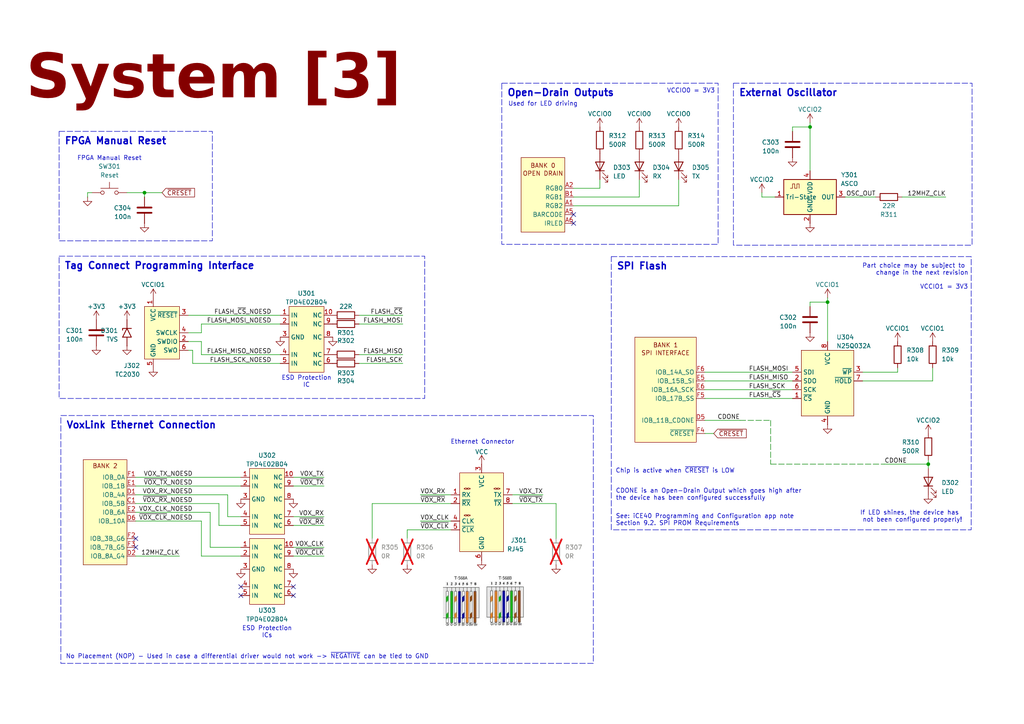
<source format=kicad_sch>
(kicad_sch (version 20250114) (generator "eeschema") (generator_version "9.0")
  (paper "A4")
  (title_block (title "System") (date "2025-11-17") (rev "1.0") (company "Czech Technical University in Prague"))
  (lib_symbols
    (symbol "Connector:Conn_ARM_SWD_TagConnect_TC2030" (in_bom no)
      (property "Reference" "J" (at 2.54 11.43 0))
      (property "Value" "Conn_ARM_SWD_TagConnect_TC2030" (at 5.08 8.89 0))
      (symbol "Conn_ARM_SWD_TagConnect_TC2030_0_0"
        (pin power_in line (at -2.54 10.16 270) (length 2.54) (name "VCC") (number "1"))
        (pin power_in line (at -2.54 -10.16 90) (length 2.54) (name "GND") (number "5"))
        (pin open_collector line (at 7.62 5.08 180) (length 2.54) (name "~{RESET}") (number "3"))
        (pin output line (at 7.62 0 180) (length 2.54) (name "SWCLK") (number "4"))
        (pin bidirectional line (at 7.62 -2.54 180) (length 2.54) (name "SWDIO") (number "2"))
        (pin input line (at 7.62 -5.08 180) (length 2.54) (name "SWO") (number "6"))
      )
      (symbol "Conn_ARM_SWD_TagConnect_TC2030_0_1"
        (rectangle (start -5.08 7.62) (end 5.08 -7.62) (fill (type background)))
      )
    )
    (symbol "Custom_VoxLink_Symbols:ICE40UL1K-CM36AI"
      (symbol "ICE40UL1K-CM36AI_1_1"
        (rectangle (start -6.35 16.51) (end 6.35 -16.51) (fill (type background)))
        (text "SUPPLY" (at 0.508 14.732 0) (effects (font (size 1.27 1.27))))
        (pin power_in line (at -8.89 11.43 0) (length 2.54) (name "VCC") (number "D3"))
        (pin power_in line (at -8.89 8.89 0) (length 2.54) (name "VCCPLL") (number "D4"))
        (pin power_in line (at -8.89 6.35 0) (length 2.54) (name "VPP2V5") (number "B4"))
        (pin power_in line (at -8.89 1.27 0) (length 2.54) (name "VCCIO0") (number "B3"))
        (pin power_in line (at -8.89 -1.27 0) (length 2.54) (name "VCCIO2") (number "E3"))
        (pin power_in line (at -8.89 -3.81 0) (length 2.54) (name "SPI_VCCIO1") (number "E4"))
        (pin power_out line (at -8.89 -8.89 0) (length 2.54) (name "GND") (number "C3"))
        (pin power_out line (at -8.89 -11.43 0) (length 2.54) (name "GND") (number "C4"))
        (pin power_out line (at -8.89 -13.97 0) (length 2.54) (name "GND_LED") (number "C5"))
      )
      (symbol "ICE40UL1K-CM36AI_2_1"
        (rectangle (start -6.35 15.24) (end 6.35 -15.24) (fill (type background)))
        (text "BANK 2" (at 0 13.462 0) (effects (font (size 1.27 1.27))))
        (pin bidirectional line (at 8.89 10.16 180) (length 2.54) (name "IOB_0A") (number "F1"))
        (pin bidirectional line (at 8.89 7.62 180) (length 2.54) (name "IOB_1B") (number "E1"))
        (pin bidirectional line (at 8.89 5.08 180) (length 2.54) (name "IOB_4A") (number "D1"))
        (pin bidirectional line (at 8.89 2.54 180) (length 2.54) (name "IOB_5B") (number "C1"))
        (pin bidirectional line (at 8.89 0 180) (length 2.54) (name "IOB_6A") (number "E2"))
        (pin bidirectional line (at 8.89 -2.54 180) (length 2.54) (name "IOB_10A") (number "D6"))
        (pin bidirectional line (at 8.89 -7.62 180) (length 2.54) (name "IOB_3B_G6") (number "F2"))
        (pin bidirectional line (at 8.89 -10.16 180) (length 2.54) (name "IOB_7B_G5") (number "F3"))
        (pin bidirectional line (at 8.89 -12.7 180) (length 2.54) (name "IOB_8A_G4") (number "D2"))
      )
      (symbol "ICE40UL1K-CM36AI_3_1"
        (rectangle (start -6.35 12.7) (end 6.35 -13.97) (fill (type background)))
        (text "BANK 0" (at 0 10.414 0) (effects (font (size 1.27 1.27))))
        (pin bidirectional line (at 8.89 6.35 180) (length 2.54) (name "IOT_18B") (number "B5"))
        (pin bidirectional line (at 8.89 3.81 180) (length 2.54) (name "IOT_19A") (number "A4"))
        (pin bidirectional line (at 8.89 1.27 180) (length 2.54) (name "IOT_24B") (number "B2"))
        (pin bidirectional line (at 8.89 -1.27 180) (length 2.54) (name "IOT_25A") (number "A3"))
        (pin bidirectional line (at 8.89 -3.81 180) (length 2.54) (name "IOT_27A") (number "C2"))
        (pin bidirectional line (at 8.89 -8.89 180) (length 2.54) (name "IOT_21A_G1") (number "B6"))
        (pin bidirectional line (at 8.89 -11.43 180) (length 2.54) (name "IOT_22B_G0") (number "C6"))
      )
      (symbol "ICE40UL1K-CM36AI_4_1"
        (rectangle (start -6.35 11.43) (end 6.35 -10.16) (fill (type background)))
        (text "BANK 0" (at 0 9.144 0) (effects (font (size 1.27 1.27))))
        (text "OPEN DRAIN" (at 0 6.858 0) (effects (font (size 1.27 1.27))))
        (pin bidirectional line (at 8.89 2.54 180) (length 2.54) (name "RGB0") (number "A2"))
        (pin bidirectional line (at 8.89 0 180) (length 2.54) (name "RGB1") (number "B1"))
        (pin bidirectional line (at 8.89 -2.54 180) (length 2.54) (name "RGB2") (number "A1"))
        (pin bidirectional line (at 8.89 -5.08 180) (length 2.54) (name "BARCODE") (number "A5"))
        (pin bidirectional line (at 8.89 -7.62 180) (length 2.54) (name "IRLED") (number "A6"))
      )
      (symbol "ICE40UL1K-CM36AI_5_1"
        (rectangle (start -8.89 15.24) (end 8.89 -15.24) (fill (type background)))
        (text "BANK 1" (at 0 12.954 0) (effects (font (size 1.27 1.27))))
        (text "SPI INTERFACE" (at 0 10.668 0) (effects (font (size 1.27 1.27))))
        (pin bidirectional line (at 11.43 5.08 180) (length 2.54) (name "IOB_14A_SO") (number "F6"))
        (pin bidirectional line (at 11.43 2.54 180) (length 2.54) (name "IOB_15B_SI") (number "E5"))
        (pin bidirectional line (at 11.43 0 180) (length 2.54) (name "IOB_16A_SCK") (number "E6"))
        (pin bidirectional line (at 11.43 -2.54 180) (length 2.54) (name "IOB_17B_SS") (number "F5"))
        (pin bidirectional line (at 11.43 -8.89 180) (length 2.54) (name "IOB_11B_CDONE") (number "D5"))
        (pin input line (at 11.43 -12.7 180) (length 2.54) (name "~{CRESET}") (number "F4"))
      )
    )
    (symbol "Custom_VoxLink_Symbols:N25Q032A"
      (property "Reference" "U" (at 6.096 12.192 0))
      (property "Value" "N25Q032A" (at 6.096 10.16 0))
      (symbol "N25Q032A_1_1"
        (rectangle (start -7.62 8.89) (end 7.62 -10.16) (fill (type background)))
        (pin bidirectional line (at -10.16 2.54 0) (length 2.54) (name "SDI") (number "5"))
        (pin bidirectional line (at -10.16 0 0) (length 2.54) (name "SDO") (number "2"))
        (pin input line (at -10.16 -2.54 0) (length 2.54) (name "SCK") (number "6"))
        (pin input line (at -10.16 -5.08 0) (length 2.54) (name "~{CS}") (number "1"))
        (pin power_in line (at 0 11.43 270) (length 2.54) (name "VCC") (number "8"))
        (pin input line (at 0 -12.7 90) (length 2.54) (name "GND") (number "4"))
        (pin input line (at 10.16 2.54 180) (length 2.54) (name "~{WP}") (number "3"))
        (pin input line (at 10.16 0 180) (length 2.54) (name "~{HOLD}") (number "7"))
      )
    )
    (symbol "Custom_VoxLink_Symbols:TPD4E02B04DQA"
      (property "Reference" "U" (at 0 12.192 0))
      (property "Value" "TPD4E02B04" (at 0 10.16 0))
      (symbol "TPD4E02B04DQA_1_1"
        (rectangle (start -5.08 8.89) (end 5.08 -10.16) (fill (type background)))
        (pin input line (at -7.62 6.35 0) (length 2.54) (name "IN") (number "1"))
        (pin input line (at -7.62 3.81 0) (length 2.54) (name "IN") (number "2"))
        (pin power_out line (at -7.62 0 0) (length 2.54) (name "GND") (number "3"))
        (pin input line (at -7.62 -5.08 0) (length 2.54) (name "IN") (number "4"))
        (pin input line (at -7.62 -7.62 0) (length 2.54) (name "IN") (number "5"))
        (pin output line (at 7.62 6.35 180) (length 2.54) (name "NC") (number "10"))
        (pin output line (at 7.62 3.81 180) (length 2.54) (name "NC") (number "9"))
        (pin power_out line (at 7.62 0 180) (length 2.54) (name "NC") (number "8"))
        (pin output line (at 7.62 -5.08 180) (length 2.54) (name "NC") (number "7"))
        (pin output line (at 7.62 -7.62 180) (length 2.54) (name "NC") (number "6"))
      )
    )
    (symbol "Device:C" (pin_numbers (hide yes)) (pin_names (offset 0.254))
      (property "Reference" "C" (at 0.635 2.54 0))
      (property "Value" "C" (at 0.635 -2.54 0))
      (symbol "C_0_1"
        (polyline (pts (xy -2.032 0.762) (xy 2.032 0.762)) (stroke (width 0.508)))
        (polyline (pts (xy -2.032 -0.762) (xy 2.032 -0.762)) (stroke (width 0.508)))
      )
      (symbol "C_1_1"
        (pin passive line (at 0 3.81 270) (length 2.794) (name "~") (number "1"))
        (pin passive line (at 0 -3.81 90) (length 2.794) (name "~") (number "2"))
      )
    )
    (symbol "Device:LED" (pin_numbers (hide yes)) (pin_names (offset 1.016) (hide yes))
      (property "Reference" "D" (at 0 2.54 0))
      (property "Value" "LED" (at 0 -2.54 0))
      (symbol "LED_0_1"
        (polyline (pts (xy -3.048 -0.762) (xy -4.572 -2.286) (xy -3.81 -2.286) (xy -4.572 -2.286) (xy -4.572 -1.524)))
        (polyline (pts (xy -1.778 -0.762) (xy -3.302 -2.286) (xy -2.54 -2.286) (xy -3.302 -2.286) (xy -3.302 -1.524)))
        (polyline (pts (xy -1.27 0) (xy 1.27 0)))
        (polyline (pts (xy -1.27 -1.27) (xy -1.27 1.27)) (stroke (width 0.254)))
        (polyline (pts (xy 1.27 -1.27) (xy 1.27 1.27) (xy -1.27 0) (xy 1.27 -1.27)) (stroke (width 0.254)))
      )
      (symbol "LED_1_1"
        (pin passive line (at -3.81 0 0) (length 2.54) (name "K") (number "1"))
        (pin passive line (at 3.81 0 180) (length 2.54) (name "A") (number "2"))
      )
    )
    (symbol "Device:R" (pin_numbers (hide yes)) (pin_names (offset 0))
      (property "Reference" "R" (at 2.032 0 90))
      (property "Value" "R" (at 0 0 90))
      (symbol "R_0_1"
        (rectangle (start -1.016 -2.54) (end 1.016 2.54) (stroke (width 0.254)))
      )
      (symbol "R_1_1"
        (pin passive line (at 0 3.81 270) (length 1.27) (name "~") (number "1"))
        (pin passive line (at 0 -3.81 90) (length 1.27) (name "~") (number "2"))
      )
    )
    (symbol "Diode:1.5KExxA" (pin_numbers (hide yes)) (pin_names (offset 1.016) (hide yes))
      (property "Reference" "D" (at 0 2.54 0))
      (property "Value" "1.5KExxA" (at 0 -2.54 0))
      (symbol "1.5KExxA_0_1"
        (polyline (pts (xy -0.762 1.27) (xy -1.27 1.27) (xy -1.27 -1.27)) (stroke (width 0.254)))
        (polyline (pts (xy 1.27 1.27) (xy 1.27 -1.27) (xy -1.27 0) (xy 1.27 1.27)) (stroke (width 0.254)))
      )
      (symbol "1.5KExxA_1_1"
        (pin passive line (at -3.81 0 0) (length 2.54) (name "A1") (number "1"))
        (pin passive line (at 3.81 0 180) (length 2.54) (name "A2") (number "2"))
      )
    )
    (symbol "Oscillator:ASCO"
      (property "Reference" "Y" (at -7.62 6.35 0))
      (property "Value" "ASCO" (at 1.27 -6.35 0))
      (symbol "ASCO_0_1"
        (rectangle (start -7.62 5.08) (end 7.62 -5.08) (stroke (width 0.254)) (fill (type background)))
        (polyline (pts (xy -5.715 2.54) (xy -5.08 2.54) (xy -5.08 3.81) (xy -4.445 3.81) (xy -4.445 2.54) (xy -3.81 2.54) (xy -3.81 3.81) (xy -3.175 3.81) (xy -3.175 2.54)))
      )
      (symbol "ASCO_1_1"
        (pin input line (at -10.16 0 0) (length 2.54) (name "Tri-State") (number "1"))
        (pin power_in line (at 0 7.62 270) (length 2.54) (name "VDD") (number "4"))
        (pin power_in line (at 0 -7.62 90) (length 2.54) (name "GND") (number "2"))
        (pin output line (at 10.16 0 180) (length 2.54) (name "OUT") (number "3"))
      )
    )
    (symbol "Switch:SW_Push" (pin_numbers (hide yes)) (pin_names (offset 1.016) (hide yes))
      (property "Reference" "SW" (at 1.27 2.54 0))
      (property "Value" "SW_Push" (at 0 -1.524 0))
      (symbol "SW_Push_0_1"
        (circle (center -2.032 0) (radius 0.508))
        (polyline (pts (xy 0 1.27) (xy 0 3.048)))
        (circle (center 2.032 0) (radius 0.508))
        (polyline (pts (xy 2.54 1.27) (xy -2.54 1.27)))
        (pin passive line (at -5.08 0 0) (length 2.54) (name "1") (number "1"))
        (pin passive line (at 5.08 0 180) (length 2.54) (name "2") (number "2"))
      )
    )
    (symbol "power:+3.3VA" (power) (pin_names (offset 0))
      (property "Value" "+3.3VA" (at 0 3.556 0))
      (symbol "+3.3VA_0_1"
        (polyline (pts (xy -0.762 1.27) (xy 0 2.54)))
        (polyline (pts (xy 0 2.54) (xy 0.762 1.27)))
        (polyline (pts (xy 0 0) (xy 0 2.54)))
      )
      (symbol "+3.3VA_1_1"
        (pin power_in line (at 0 0 90) (length 0) (hide yes) (name "+3.3VA") (number "1"))
      )
    )
    (symbol "power:+3V3" (power) (pin_names (offset 0))
      (property "Value" "+3V3" (at 0 3.556 0))
      (symbol "+3V3_0_1"
        (polyline (pts (xy -0.762 1.27) (xy 0 2.54)))
        (polyline (pts (xy 0 2.54) (xy 0.762 1.27)))
        (polyline (pts (xy 0 0) (xy 0 2.54)))
      )
      (symbol "+3V3_1_1"
        (pin power_in line (at 0 0 90) (length 0) (hide yes) (name "+3V3") (number "1"))
      )
    )
    (symbol "power:GND" (power) (pin_numbers (hide yes)) (pin_names (offset 0) (hide yes))
      (property "Value" "GND" (at 0 -3.81 0))
      (symbol "GND_0_1"
        (polyline (pts (xy 0 0) (xy 0 -1.27) (xy 1.27 -1.27) (xy 0 -2.54) (xy -1.27 -1.27) (xy 0 -1.27)))
      )
      (symbol "GND_1_1"
        (pin power_in line (at 0 0 270) (length 0) (name "~") (number "1"))
      )
    )
    (symbol "power:VCC" (power) (pin_numbers (hide yes)) (pin_names (offset 0) (hide yes))
      (property "Value" "VCC" (at 0 3.556 0))
      (symbol "VCC_0_1"
        (polyline (pts (xy -0.762 1.27) (xy 0 2.54)))
        (polyline (pts (xy 0 2.54) (xy 0.762 1.27)))
        (polyline (pts (xy 0 0) (xy 0 2.54)))
      )
      (symbol "VCC_1_1"
        (pin power_in line (at 0 0 90) (length 0) (name "~") (number "1"))
      )
    )
    (symbol "rj45_molex_unshielded:RJ45_Molex_Unshielded"
      (property "Reference" "J" (at 12.446 -0.762 0))
      (property "Value" "RJ45" (at 12.446 -2.794 0))
      (symbol "RJ45_Molex_Unshielded_1_1"
        (rectangle (start -3.81 19.05) (end 8.89 -3.81) (fill (type background)))
        (bezier (pts (xy -2.54 14.605) (xy -2.032 13.843) (xy -1.524 14.605) (xy -1.524 14.605)))
        (bezier (pts (xy -2.54 14.351) (xy -2.032 15.113) (xy -1.524 14.351) (xy -1.524 14.351)))
        (bezier (pts (xy -2.54 6.858) (xy -2.032 6.096) (xy -1.524 6.858) (xy -1.524 6.858)))
        (bezier (pts (xy -2.54 6.604) (xy -2.032 7.366) (xy -1.524 6.604) (xy -1.524 6.604)))
        (bezier (pts (xy -1.778 14.605) (xy -1.27 13.843) (xy -0.762 14.605) (xy -0.762 14.605)))
        (bezier (pts (xy -1.778 14.351) (xy -1.27 15.113) (xy -0.762 14.351) (xy -0.762 14.351)))
        (bezier (pts (xy -1.778 6.858) (xy -1.27 6.096) (xy -0.762 6.858) (xy -0.762 6.858)))
        (bezier (pts (xy -1.778 6.604) (xy -1.27 7.366) (xy -0.762 6.604) (xy -0.762 6.604)))
        (bezier (pts (xy 6.096 14.605) (xy 6.604 13.843) (xy 7.112 14.605) (xy 7.112 14.605)))
        (bezier (pts (xy 6.096 14.351) (xy 6.604 15.113) (xy 7.112 14.351) (xy 7.112 14.351)))
        (bezier (pts (xy 6.858 14.605) (xy 7.366 13.843) (xy 7.874 14.605) (xy 7.874 14.605)))
        (bezier (pts (xy 6.858 14.351) (xy 7.366 15.113) (xy 7.874 14.351) (xy 7.874 14.351)))
        (pin output line (at -6.35 12.7 0) (length 2.54) (name "RX") (number "1"))
        (pin output line (at -6.35 10.16 0) (length 2.54) (name "~{RX}") (number "2"))
        (pin output line (at -6.35 5.08 0) (length 2.54) (name "CLK") (number "4"))
        (pin output line (at -6.35 2.54 0) (length 2.54) (name "~{CLK}") (number "5"))
        (pin power_in line (at 2.54 21.59 270) (length 2.54) (name "VCC") (number "3"))
        (pin power_out line (at 2.54 -6.35 90) (length 2.54) (name "GND") (number "6"))
        (pin input line (at 11.43 12.7 180) (length 2.54) (name "TX") (number "7"))
        (pin input line (at 11.43 10.16 180) (length 2.54) (name "~{TX}") (number "8"))
      )
    )
  )
  (text "Used for LED driving" (at 157.48 30.226 0) (effects (font (size 1.27 1.27))))
  (text "Part choice may be subject to \nchange in the next revision" (at 280.924 78.232 0) (effects (font (size 1.27 1.27)) (justify right)))
  (text "If LED shines, the device has \nnot been configured properly!" (at 279.146 149.86 0) (effects (font (size 1.27 1.27)) (justify right)))
  (text "See: iCE40 Programming and Configuration app note\nSection 9.2. SPI PROM Requirements" (at 178.562 150.876 0) (effects (font (size 1.27 1.27)) (justify left)))
  (text "VCCIO1 = 3V3" (at 273.812 83.312 0) (effects (font (size 1.27 1.27))))
  (text "CDONE is an Open-Drain Output which goes high after \nthe device has been configured successfully" (at 178.562 143.51 0) (effects (font (size 1.27 1.27)) (justify left)))
  (text "System [3]" (at 61.976 26.416 0) (effects (font (size 12.7 12.7) (thickness 0.762) (bold yes))))
  (text "Ethernet Connector" (at 139.954 128.27 0) (effects (font (size 1.27 1.27))))
  (text "FPGA Manual Reset" (at 31.75 45.974 0) (effects (font (size 1.27 1.27))))
  (text "No Placement (NOP) - Used in case a differential driver would not work -> ~{NEGATIVE} can be tied to GND" (at 19.05 190.5 0) (effects (font (size 1.27 1.27)) (justify left)))
  (text "Chip is active when ~{CRESET} is LOW" (at 195.834 136.652 0) (effects (font (size 1.27 1.27))))
  (text "VCCIO0 = 3V3" (at 200.406 26.416 0) (effects (font (size 1.27 1.27))))
  (text "ESD Protection\nIC" (at 88.9 110.744 0) (effects (font (size 1.27 1.27))))
  (text "ESD Protection\nICs" (at 77.47 183.388 0) (effects (font (size 1.27 1.27))))
  (text_box "Open-Drain Outputs" (at 145.542 24.13 0) (size 62.738 46.736) (margins 1.5 1.5 1.5 1.5) (stroke (width 0) (type dash)) (effects (font (size 2 2) (thickness 0.4) (bold yes)) (justify left top)))
  (text_box "SPI Flash" (at 177.292 74.422 0) (size 104.394 79.248) (margins 1.5 1.5 1.5 1.5) (stroke (width 0) (type dash)) (effects (font (size 2 2) (thickness 0.4) (bold yes)) (justify left top)))
  (text_box "FPGA Manual Reset" (at 17.145 38.1 0) (size 44.45 31.75) (margins 1.5 1.5 1.5 1.5) (stroke (width 0) (type dash)) (effects (font (size 2 2) (thickness 0.4) (bold yes)) (justify left top)))
  (text_box "External Oscillator" (at 212.725 24.13 0) (size 69.215 46.99) (margins 1.5 1.5 1.5 1.5) (stroke (width 0) (type dash)) (effects (font (size 2 2) (thickness 0.4) (bold yes)) (justify left top)))
  (text_box "Tag Connect Programming Interface" (at 17.145 74.295 0) (size 106.045 41.275) (margins 1.5 1.5 1.5 1.5) (stroke (width 0) (type dash)) (effects (font (size 2 2) (thickness 0.4) (bold yes)) (justify left top)))
  (text_box "VoxLink Ethernet Connection" (at 17.653 120.523 0) (size 154.432 71.882) (margins 1.5 1.5 1.5 1.5) (stroke (width 0) (type dash)) (effects (font (size 2 2) (thickness 0.4) (bold yes)) (justify left top)))
  (junction (at 234.95 36.83))
  (junction (at 269.24 134.62))
  (junction (at 240.03 87.63))
  (junction (at 41.91 55.88))
  (no_connect (at 69.85 170.18))
  (no_connect (at 39.37 158.75))
  (no_connect (at 39.37 156.21))
  (no_connect (at 85.09 172.72))
  (no_connect (at 166.37 62.23))
  (no_connect (at 69.85 172.72))
  (no_connect (at 85.09 170.18))
  (no_connect (at 166.37 64.77))
  (wire (pts (xy 166.37 59.69) (xy 196.85 59.69)))
  (wire (pts (xy 85.09 152.4) (xy 93.98 152.4)))
  (polyline (pts (xy 214.63 121.92) (xy 223.52 121.92)) (stroke (width 0) (type dash) (color 0 132 0 1)))
  (wire (pts (xy 224.79 57.15) (xy 220.98 57.15)))
  (wire (pts (xy 245.11 57.15) (xy 254 57.15)))
  (wire (pts (xy 39.37 143.51) (xy 66.04 143.51)))
  (wire (pts (xy 256.54 134.62) (xy 269.24 134.62)))
  (wire (pts (xy 69.85 149.86) (xy 66.04 149.86)))
  (wire (pts (xy 130.81 153.67) (xy 118.11 153.67)))
  (wire (pts (xy 269.24 133.35) (xy 269.24 134.62)))
  (wire (pts (xy 118.11 153.67) (xy 118.11 156.21)))
  (wire (pts (xy 85.09 161.29) (xy 93.98 161.29)))
  (wire (pts (xy 116.84 93.98) (xy 104.14 93.98)))
  (wire (pts (xy 166.37 54.61) (xy 173.99 54.61)))
  (wire (pts (xy 269.24 134.62) (xy 269.24 135.89)))
  (wire (pts (xy 54.61 91.44) (xy 81.28 91.44)))
  (wire (pts (xy 121.92 143.51) (xy 130.81 143.51)))
  (wire (pts (xy 261.62 57.15) (xy 274.32 57.15)))
  (wire (pts (xy 58.42 93.98) (xy 81.28 93.98)))
  (wire (pts (xy 260.35 107.95) (xy 260.35 106.68)))
  (wire (pts (xy 173.99 52.07) (xy 173.99 54.61)))
  (wire (pts (xy 54.61 96.52) (xy 58.42 96.52)))
  (wire (pts (xy 26.67 55.88) (xy 25.4 55.88)))
  (wire (pts (xy 85.09 149.86) (xy 93.98 149.86)))
  (wire (pts (xy 85.09 140.97) (xy 93.98 140.97)))
  (wire (pts (xy 107.95 146.05) (xy 107.95 156.21)))
  (wire (pts (xy 116.84 91.44) (xy 104.14 91.44)))
  (wire (pts (xy 55.88 101.6) (xy 55.88 105.41)))
  (wire (pts (xy 157.48 143.51) (xy 148.59 143.51)))
  (wire (pts (xy 185.42 57.15) (xy 166.37 57.15)))
  (wire (pts (xy 60.96 148.59) (xy 60.96 158.75)))
  (wire (pts (xy 60.96 158.75) (xy 69.85 158.75)))
  (wire (pts (xy 250.19 110.49) (xy 270.51 110.49)))
  (wire (pts (xy 240.03 87.63) (xy 240.03 99.06)))
  (wire (pts (xy 204.47 107.95) (xy 229.87 107.95)))
  (wire (pts (xy 161.29 146.05) (xy 161.29 156.21)))
  (wire (pts (xy 39.37 161.29) (xy 52.07 161.29)))
  (wire (pts (xy 234.95 35.56) (xy 234.95 36.83)))
  (wire (pts (xy 69.85 152.4) (xy 63.5 152.4)))
  (wire (pts (xy 55.88 105.41) (xy 81.28 105.41)))
  (wire (pts (xy 229.87 36.83) (xy 234.95 36.83)))
  (wire (pts (xy 39.37 146.05) (xy 63.5 146.05)))
  (wire (pts (xy 121.92 151.13) (xy 130.81 151.13)))
  (polyline (pts (xy 223.52 121.92) (xy 223.52 134.62)) (stroke (width 0) (type dash) (color 0 132 0 1)))
  (wire (pts (xy 58.42 102.87) (xy 81.28 102.87)))
  (wire (pts (xy 204.47 110.49) (xy 229.87 110.49)))
  (wire (pts (xy 234.95 88.9) (xy 234.95 87.63)))
  (wire (pts (xy 41.91 55.88) (xy 46.99 55.88)))
  (wire (pts (xy 204.47 121.92) (xy 214.63 121.92)))
  (wire (pts (xy 25.4 55.88) (xy 25.4 57.15)))
  (wire (pts (xy 63.5 152.4) (xy 63.5 146.05)))
  (wire (pts (xy 39.37 151.13) (xy 58.42 151.13)))
  (wire (pts (xy 39.37 138.43) (xy 69.85 138.43)))
  (wire (pts (xy 58.42 99.06) (xy 58.42 102.87)))
  (wire (pts (xy 270.51 110.49) (xy 270.51 106.68)))
  (wire (pts (xy 85.09 158.75) (xy 93.98 158.75)))
  (wire (pts (xy 240.03 86.36) (xy 240.03 87.63)))
  (wire (pts (xy 250.19 107.95) (xy 260.35 107.95)))
  (wire (pts (xy 220.98 55.88) (xy 220.98 57.15)))
  (wire (pts (xy 204.47 113.03) (xy 229.87 113.03)))
  (wire (pts (xy 58.42 161.29) (xy 69.85 161.29)))
  (wire (pts (xy 116.84 105.41) (xy 104.14 105.41)))
  (wire (pts (xy 36.83 55.88) (xy 41.91 55.88)))
  (wire (pts (xy 234.95 36.83) (xy 234.95 49.53)))
  (wire (pts (xy 39.37 148.59) (xy 60.96 148.59)))
  (polyline (pts (xy 223.52 134.62) (xy 256.54 134.62)) (stroke (width 0) (type dash) (color 0 132 0 1)))
  (wire (pts (xy 148.59 146.05) (xy 161.29 146.05)))
  (wire (pts (xy 54.61 101.6) (xy 55.88 101.6)))
  (wire (pts (xy 229.87 38.1) (xy 229.87 36.83)))
  (wire (pts (xy 185.42 52.07) (xy 185.42 57.15)))
  (wire (pts (xy 204.47 125.73) (xy 207.01 125.73)))
  (wire (pts (xy 204.47 115.57) (xy 229.87 115.57)))
  (wire (pts (xy 58.42 151.13) (xy 58.42 161.29)))
  (wire (pts (xy 234.95 87.63) (xy 240.03 87.63)))
  (wire (pts (xy 41.91 55.88) (xy 41.91 57.15)))
  (wire (pts (xy 85.09 138.43) (xy 93.98 138.43)))
  (wire (pts (xy 107.95 146.05) (xy 130.81 146.05)))
  (wire (pts (xy 116.84 102.87) (xy 104.14 102.87)))
  (wire (pts (xy 66.04 149.86) (xy 66.04 143.51)))
  (wire (pts (xy 58.42 96.52) (xy 58.42 93.98)))
  (wire (pts (xy 196.85 52.07) (xy 196.85 59.69)))
  (wire (pts (xy 54.61 99.06) (xy 58.42 99.06)))
  (wire (pts (xy 39.37 140.97) (xy 69.85 140.97)))
  (image (at 140.208 174.244) (scale 0.685645))
  (label "12MHZ_CLK" (at 52.07 161.29 180))
  (label "FLASH_~{CS}" (at 217.17 115.57 0))
  (label "~{VOX_RX}" (at 93.98 152.4 180))
  (label "FLASH_MOSI" (at 217.17 107.95 0))
  (label "~{VOX_CLK}_NOESD" (at 55.88 151.13 180))
  (label "FLASH_MISO" (at 217.17 110.49 0))
  (label "~{VOX_CLK}" (at 93.98 161.29 180))
  (label "~{VOX_RX}_NOESD" (at 55.88 146.05 180))
  (label "VOX_RX_NOESD" (at 55.88 143.51 180))
  (label "CDONE" (at 256.54 134.62 0))
  (label "FLASH_MOSI" (at 116.84 93.98 180))
  (label "VOX_TX" (at 93.98 138.43 180))
  (label "FLASH_~{CS}" (at 116.84 91.44 180))
  (label "FLASH_MOSI_NOESD" (at 78.74 93.98 180))
  (label "FLASH_~{CS}_NOESD" (at 78.74 91.44 180))
  (label "FLASH_MISO_NOESD" (at 78.74 102.87 180))
  (label "CDONE" (at 214.63 121.92 180))
  (label "VOX_TX" (at 157.48 143.51 180))
  (label "OSC_OUT" (at 254 57.15 180))
  (label "VOX_CLK_NOESD" (at 55.88 148.59 180))
  (label "~{VOX_CLK}" (at 121.92 153.67 0))
  (label "12MHZ_CLK" (at 274.32 57.15 180))
  (label "VOX_CLK" (at 93.98 158.75 180))
  (label "~{VOX_TX}" (at 157.48 146.05 180))
  (label "VOX_CLK" (at 121.92 151.13 0))
  (label "FLASH_SCK" (at 116.84 105.41 180))
  (label "VOX_TX_NOESD" (at 55.88 138.43 180))
  (label "VOX_RX" (at 121.92 143.51 0))
  (label "~{VOX_TX}_NOESD" (at 55.88 140.97 180))
  (label "FLASH_SCK_NOESD" (at 78.74 105.41 180))
  (label "~{VOX_TX}" (at 93.98 140.97 180))
  (label "FLASH_MISO" (at 116.84 102.87 180))
  (label "VOX_RX" (at 93.98 149.86 180))
  (label "FLASH_SCK" (at 217.17 113.03 0))
  (label "~{VOX_RX}" (at 121.92 146.05 0))
  (global_label "~{CRESET}" (shape input) (at 207.01 125.73 0) (property "Intersheetrefs" "${INTERSHEET_REFS}" (effects (hide yes))))
  (global_label "~{CRESET}" (shape input) (at 46.99 55.88 0) (property "Intersheetrefs" "${INTERSHEET_REFS}" (effects (hide yes))))
  (symbol (lib_id "power:GND") (at 234.95 64.77 0) (unit 1)
    (property "Reference" "#PWR076" (effects (hide yes)))
    (property "Value" "GND" (effects (hide yes)))
  )
  (symbol (lib_id "power:+3V3") (at 36.83 92.71 0) (mirror y) (unit 1)
    (property "Reference" "#PWR082" (effects (hide yes)))
    (property "Value" "+3V3" (at 36.83 88.9 0))
  )
  (symbol (lib_id "power:GND") (at 81.28 97.79 0) (mirror y) (unit 1)
    (property "Reference" "#PWR087" (effects (hide yes)))
    (property "Value" "GND" (effects (hide yes)))
  )
  (symbol (lib_id "power:+3.3VA") (at 44.45 86.36 0) (unit 1)
    (property "Reference" "#PWR091" (effects (hide yes)))
    (property "Value" "VCCIO1" (at 44.45 82.55 0))
  )
  (symbol (lib_id "Device:R") (at 100.33 102.87 270) (mirror x) (unit 1)
    (property "Reference" "R303" (at 100.33 108.204 90))
    (property "Value" "22R" (effects (hide yes)))
    (property "Footprint" "Resistor_SMD:R_0402_1005Metric" (effects (hide yes)))
    (property "Datasheet" "https://eu.mouser.com/ProductDetail/71-CRCW040222R0JNEDC" (effects (hide yes)))
  )
  (symbol (lib_id "power:GND") (at 107.95 163.83 0) (unit 1)
    (property "Reference" "#PWR069" (effects (hide yes)))
    (property "Value" "GND" (effects (hide yes)))
  )
  (symbol (lib_id "power:GND") (at 96.52 97.79 0) (mirror y) (unit 1)
    (property "Reference" "#PWR088" (effects (hide yes)))
    (property "Value" "GND" (effects (hide yes)))
  )
  (symbol (lib_id "power:GND") (at 85.09 144.78 0) (unit 1)
    (property "Reference" "#PWR089" (effects (hide yes)))
    (property "Value" "GND" (effects (hide yes)))
  )
  (symbol (lib_id "Switch:SW_Push") (at 31.75 55.88 0) (mirror y) (unit 1)
    (property "Reference" "SW301" (at 31.75 48.26 0))
    (property "Value" "Reset" (at 31.75 50.8 0))
    (property "Description" "Push button switch, generic, two pins" (effects (hide yes)))
  )
  (symbol (lib_id "power:+3V3") (at 27.94 92.71 0) (mirror y) (unit 1)
    (property "Reference" "#PWR083" (effects (hide yes)))
    (property "Value" "+3V3" (at 27.94 88.9 0))
  )
  (symbol (lib_id "power:GND") (at 25.4 57.15 0) (mirror y) (unit 1)
    (property "Reference" "#PWR093" (effects (hide yes)))
    (property "Value" "GND" (effects (hide yes)))
  )
  (symbol (lib_id "Device:LED") (at 173.99 48.26 90) (unit 1)
    (property "Reference" "D303" (at 177.8 48.5774 90) (effects (justify right)))
    (property "Value" "LED" (at 177.8 51.1174 90) (effects (justify right)))
    (property "Description" "Light emitting diode" (effects (hide yes)))
    (property "Sim.Pins" "1=K 2=A" (effects (hide yes)))
  )
  (symbol (lib_id "Device:LED") (at 196.85 48.26 90) (unit 1)
    (property "Reference" "D305" (at 200.66 48.5774 90) (effects (justify right)))
    (property "Value" "TX" (at 200.66 51.1174 90) (effects (justify right)))
    (property "Description" "Light emitting diode" (effects (hide yes)))
    (property "Sim.Pins" "1=K 2=A" (effects (hide yes)))
  )
  (symbol (lib_id "power:+3.3VA") (at 234.95 35.56 0) (mirror y) (unit 1)
    (property "Reference" "#PWR075" (effects (hide yes)))
    (property "Value" "VCCIO2" (at 234.95 31.75 0))
  )
  (symbol (lib_id "power:+3.3VA") (at 269.24 125.73 0) (mirror y) (unit 1)
    (property "Reference" "#PWR027" (effects (hide yes)))
    (property "Value" "VCCIO2" (at 269.24 121.92 0))
  )
  (symbol (lib_id "power:GND") (at 85.09 165.1 0) (unit 1)
    (property "Reference" "#PWR096" (effects (hide yes)))
    (property "Value" "GND" (effects (hide yes)))
  )
  (symbol (lib_id "Device:R") (at 100.33 93.98 270) (mirror x) (unit 1)
    (property "Reference" "R302" (at 100.33 98.806 90))
    (property "Value" "22R" (effects (hide yes)))
    (property "Footprint" "Resistor_SMD:R_0402_1005Metric" (effects (hide yes)))
    (property "Datasheet" "https://eu.mouser.com/ProductDetail/71-CRCW040222R0JNEDC" (effects (hide yes)))
  )
  (symbol (lib_id "Device:R") (at 118.11 160.02 0) (unit 1) (dnp yes)
    (property "Reference" "R306" (at 120.65 158.7499 0) (effects (justify left)))
    (property "Value" "0R" (at 120.65 161.2899 0) (effects (justify left)))
    (property "Description" "Resistor" (effects (hide yes)))
  )
  (symbol (lib_id "power:GND") (at 234.95 96.52 0) (unit 1)
    (property "Reference" "#PWR03" (effects (hide yes)))
    (property "Value" "GND" (effects (hide yes)))
  )
  (symbol (lib_id "power:GND") (at 36.83 100.33 0) (mirror y) (unit 1)
    (property "Reference" "#PWR084" (effects (hide yes)))
    (property "Value" "GND" (effects (hide yes)))
  )
  (symbol (lib_id "Connector:Conn_ARM_SWD_TagConnect_TC2030") (at 46.99 96.52 0) (unit 1) (in_bom no)
    (property "Reference" "J302" (at 40.64 106.045 0) (effects (justify right)))
    (property "Value" "TC2030" (at 40.64 108.585 0) (effects (justify right)))
    (property "Footprint" "Connector:Tag-Connect_TC2030-IDC-FP_2x03_P1.27mm_Vertical" (effects (hide yes)))
    (property "Datasheet" "https://www.tag-connect.com/wp-content/uploads/bsk-pdf-manager/TC2030-CTX_1.pdf" (effects (hide yes)))
  )
  (symbol (lib_id "rj45_molex_unshielded:RJ45_Molex_Unshielded") (at 137.16 156.21 0) (unit 1)
    (property "Reference" "J301" (at 148.082 156.718 0) (effects (justify left)))
    (property "Value" "RJ45" (at 147.066 159.258 0) (effects (justify left)))
    (property "Footprint" "rj45_molex_unshielded:CONN_855035-101_MOL" (effects (hide yes)))
    (property "Distributor Link" "https://www.mouser.sk/ProductDetail/Molex/85503-5001?qs=AfGmtpoX2ghiFB9TTo9G6w%3D%3D" (effects (hide yes)))
  )
  (symbol (lib_id "power:VCC") (at 139.7 134.62 0) (unit 1)
    (property "Reference" "#PWR070" (effects (hide yes)))
    (property "Value" "VCC" (at 139.7 131.064 0))
    (property "Description" "Power symbol creates a global label with name \"VCC\"" (effects (hide yes)))
  )
  (symbol (lib_id "power:+3.3VA") (at 185.42 36.83 0) (mirror y) (unit 1)
    (property "Reference" "#PWR067" (effects (hide yes)))
    (property "Value" "VCCIO0" (at 185.42 33.02 0))
  )
  (symbol (lib_id "Device:C") (at 229.87 41.91 0) (mirror y) (unit 1)
    (property "Reference" "C303" (at 226.06 41.275 0) (effects (justify left)))
    (property "Value" "100n" (at 226.06 43.815 0) (effects (justify left)))
    (property "Footprint" "Capacitor_SMD:C_0402_1005Metric" (effects (hide yes)))
  )
  (symbol (lib_id "Device:R") (at 270.51 102.87 0) (unit 1)
    (property "Reference" "R309" (at 273.05 101.5999 0) (effects (justify left)))
    (property "Value" "10k" (at 273.05 104.1399 0) (effects (justify left)))
    (property "Description" "Resistor" (effects (hide yes)))
  )
  (symbol (lib_id "Custom_VoxLink_Symbols:ICE40UL1K-CM36AI") (at 157.48 57.15 0) (unit 4)
    (property "Reference" "U307" (effects (hide yes)))
    (property "Value" "ICE40UL1K-CM36AI" (effects (hide yes)))
    (property "Footprint" "Package_BGA:UCBGA-36_2.5x2.5mm_Layout6x6_P0.4mm" (effects (hide yes)))
    (property "Distributor Link" "https://eu.mouser.com/ProductDetail/Lattice/ICE40UL1K-CM36AI?qs=XJu%252BLGjWfSAZhGGFZ7EiQg%3D%3D" (effects (hide yes)))
  )
  (symbol (lib_id "Device:R") (at 173.99 40.64 0) (unit 1)
    (property "Reference" "R312" (at 176.53 39.3699 0) (effects (justify left)))
    (property "Value" "500R" (at 176.53 41.9099 0) (effects (justify left)))
    (property "Description" "Resistor" (effects (hide yes)))
  )
  (symbol (lib_id "Device:LED") (at 269.24 139.7 90) (unit 1)
    (property "Reference" "D302" (at 273.05 140.0174 90) (effects (justify right)))
    (property "Value" "LED" (at 273.05 142.5574 90) (effects (justify right)))
    (property "Description" "Light emitting diode" (effects (hide yes)))
    (property "Sim.Pins" "1=K 2=A" (effects (hide yes)))
  )
  (symbol (lib_id "Device:R") (at 185.42 40.64 0) (unit 1)
    (property "Reference" "R313" (at 187.96 39.3699 0) (effects (justify left)))
    (property "Value" "500R" (at 187.96 41.9099 0) (effects (justify left)))
    (property "Description" "Resistor" (effects (hide yes)))
  )
  (symbol (lib_id "Device:R") (at 196.85 40.64 0) (unit 1)
    (property "Reference" "R314" (at 199.39 39.3699 0) (effects (justify left)))
    (property "Value" "500R" (at 199.39 41.9099 0) (effects (justify left)))
    (property "Description" "Resistor" (effects (hide yes)))
  )
  (symbol (lib_id "Oscillator:ASCO") (at 234.95 57.15 0) (unit 1)
    (property "Reference" "Y301" (at 246.38 50.7298 0))
    (property "Value" "ASCO" (at 246.38 53.2698 0))
    (property "Footprint" "Oscillator:Oscillator_SMD_Abracon_ASE-4Pin_3.2x2.5mm" (effects (hide yes)))
    (property "Datasheet" "https://abracon.com/Oscillators/ASCO.pdf" (effects (hide yes)))
    (property "Description" "Crystal Clock Oscillator, Abracon ASCO" (effects (hide yes)))
  )
  (symbol (lib_id "Custom_VoxLink_Symbols:ICE40UL1K-CM36AI") (at 193.04 113.03 0) (unit 5)
    (property "Reference" "U306" (effects (hide yes)))
    (property "Value" "ICE40UL1K-CM36AI" (effects (hide yes)))
    (property "Footprint" "Package_BGA:UCBGA-36_2.5x2.5mm_Layout6x6_P0.4mm" (effects (hide yes)))
    (property "Distributor Link" "https://eu.mouser.com/ProductDetail/Lattice/ICE40UL1K-CM36AI?qs=XJu%252BLGjWfSAZhGGFZ7EiQg%3D%3D" (effects (hide yes)))
  )
  (symbol (lib_id "Device:R") (at 107.95 160.02 0) (unit 1) (dnp yes)
    (property "Reference" "R305" (at 110.49 158.7499 0) (effects (justify left)))
    (property "Value" "0R" (at 110.49 161.2899 0) (effects (justify left)))
    (property "Description" "Resistor" (effects (hide yes)))
  )
  (symbol (lib_id "power:+3.3VA") (at 240.03 86.36 0) (mirror y) (unit 1)
    (property "Reference" "#PWR02" (effects (hide yes)))
    (property "Value" "VCCIO1" (at 240.03 82.55 0))
  )
  (symbol (lib_id "Device:LED") (at 185.42 48.26 90) (unit 1)
    (property "Reference" "D304" (at 189.23 48.5774 90) (effects (justify right)))
    (property "Value" "RX" (at 189.23 51.1174 90) (effects (justify right)))
    (property "Description" "Light emitting diode" (effects (hide yes)))
    (property "Sim.Pins" "1=K 2=A" (effects (hide yes)))
  )
  (symbol (lib_id "power:GND") (at 229.87 45.72 0) (unit 1)
    (property "Reference" "#PWR078" (effects (hide yes)))
    (property "Value" "GND" (effects (hide yes)))
  )
  (symbol (lib_id "power:GND") (at 27.94 100.33 0) (mirror y) (unit 1)
    (property "Reference" "#PWR085" (effects (hide yes)))
    (property "Value" "GND" (effects (hide yes)))
  )
  (symbol (lib_id "power:+3.3VA") (at 270.51 99.06 0) (mirror y) (unit 1)
    (property "Reference" "#PWR05" (effects (hide yes)))
    (property "Value" "VCCIO1" (at 270.51 95.25 0))
  )
  (symbol (lib_id "Custom_VoxLink_Symbols:N25Q032A") (at 240.03 110.49 0) (unit 1)
    (property "Reference" "U304" (at 242.57 97.79 0) (effects (justify left)))
    (property "Value" "N25Q032A" (at 242.57 100.33 0) (effects (justify left)))
  )
  (symbol (lib_id "Device:C") (at 234.95 92.71 0) (mirror y) (unit 1)
    (property "Reference" "C302" (at 231.14 92.075 0) (effects (justify left)))
    (property "Value" "100n" (at 231.14 94.615 0) (effects (justify left)))
    (property "Footprint" "Capacitor_SMD:C_0402_1005Metric" (effects (hide yes)))
  )
  (symbol (lib_id "Custom_VoxLink_Symbols:TPD4E02B04DQA") (at 77.47 165.1 0) (unit 1)
    (property "Reference" "U303" (at 77.47 177.038 0))
    (property "Value" "TPD4E02B04" (at 77.47 179.578 0))
    (property "Footprint" "Package_SON:USON-10_2.5x1.0mm_P0.5mm" (effects (hide yes)))
    (property "Distributor Link" "https://www.mouser.sk/ProductDetail/595-TPD4E02B04DQAR" (effects (hide yes)))
  )
  (symbol (lib_id "power:GND") (at 161.29 163.83 0) (unit 1)
    (property "Reference" "#PWR074" (effects (hide yes)))
    (property "Value" "GND" (effects (hide yes)))
  )
  (symbol (lib_id "power:+3.3VA") (at 173.99 36.83 0) (mirror y) (unit 1)
    (property "Reference" "#PWR066" (effects (hide yes)))
    (property "Value" "VCCIO0" (at 173.99 33.02 0))
  )
  (symbol (lib_id "Custom_VoxLink_Symbols:ICE40UL1K-CM36AI") (at 30.48 148.59 0) (unit 2)
    (property "Reference" "U305" (effects (hide yes)))
    (property "Value" "ICE40UL1K-CM36AI" (effects (hide yes)))
    (property "Footprint" "Package_BGA:UCBGA-36_2.5x2.5mm_Layout6x6_P0.4mm" (effects (hide yes)))
    (property "Distributor Link" "https://eu.mouser.com/ProductDetail/Lattice/ICE40UL1K-CM36AI?qs=XJu%252BLGjWfSAZhGGFZ7EiQg%3D%3D" (effects (hide yes)))
  )
  (symbol (lib_id "power:GND") (at 44.45 106.68 0) (mirror y) (unit 1)
    (property "Reference" "#PWR086" (effects (hide yes)))
    (property "Value" "GND" (effects (hide yes)))
  )
  (symbol (lib_id "Custom_VoxLink_Symbols:TPD4E02B04DQA") (at 77.47 144.78 0) (unit 1)
    (property "Reference" "U302" (at 77.47 132.08 0))
    (property "Value" "TPD4E02B04" (at 77.47 134.62 0))
    (property "Footprint" "Package_SON:USON-10_2.5x1.0mm_P0.5mm" (effects (hide yes)))
    (property "Distributor Link" "https://www.mouser.sk/ProductDetail/595-TPD4E02B04DQAR" (effects (hide yes)))
  )
  (symbol (lib_id "Custom_VoxLink_Symbols:TPD4E02B04DQA") (at 88.9 97.79 0) (unit 1)
    (property "Reference" "U301" (at 88.9 85.09 0))
    (property "Value" "TPD4E02B04" (at 88.9 87.63 0))
    (property "Footprint" "Package_SON:USON-10_2.5x1.0mm_P0.5mm" (effects (hide yes)))
    (property "Distributor Link" "https://www.mouser.sk/ProductDetail/595-TPD4E02B04DQAR" (effects (hide yes)))
  )
  (symbol (lib_id "power:GND") (at 240.03 123.19 0) (unit 1)
    (property "Reference" "#PWR01" (effects (hide yes)))
    (property "Value" "GND" (effects (hide yes)))
  )
  (symbol (lib_id "Device:R") (at 161.29 160.02 0) (unit 1) (dnp yes)
    (property "Reference" "R307" (at 163.83 158.7499 0) (effects (justify left)))
    (property "Value" "0R" (at 163.83 161.2899 0) (effects (justify left)))
    (property "Description" "Resistor" (effects (hide yes)))
  )
  (symbol (lib_id "Device:R") (at 260.35 102.87 0) (unit 1)
    (property "Reference" "R308" (at 262.89 101.5999 0) (effects (justify left)))
    (property "Value" "10k" (at 262.89 104.1399 0) (effects (justify left)))
    (property "Description" "Resistor" (effects (hide yes)))
  )
  (symbol (lib_id "Device:R") (at 100.33 105.41 270) (mirror x) (unit 1)
    (property "Reference" "R304" (at 100.33 110.49 90))
    (property "Value" "22R" (effects (hide yes)))
    (property "Footprint" "Resistor_SMD:R_0402_1005Metric" (effects (hide yes)))
    (property "Datasheet" "https://eu.mouser.com/ProductDetail/71-CRCW040222R0JNEDC" (effects (hide yes)))
  )
  (symbol (lib_id "Device:R") (at 100.33 91.44 270) (mirror x) (unit 1)
    (property "Reference" "R301" (at 100.33 96.52 90))
    (property "Value" "22R" (at 100.33 88.9 90))
    (property "Footprint" "Resistor_SMD:R_0402_1005Metric" (effects (hide yes)))
    (property "Datasheet" "https://eu.mouser.com/ProductDetail/71-CRCW040222R0JNEDC" (effects (hide yes)))
  )
  (symbol (lib_id "power:GND") (at 69.85 165.1 0) (unit 1)
    (property "Reference" "#PWR095" (effects (hide yes)))
    (property "Value" "GND" (effects (hide yes)))
  )
  (symbol (lib_id "power:GND") (at 41.91 64.77 0) (mirror y) (unit 1)
    (property "Reference" "#PWR094" (effects (hide yes)))
    (property "Value" "GND" (effects (hide yes)))
  )
  (symbol (lib_id "Diode:1.5KExxA") (at 36.83 96.52 90) (mirror x) (unit 1)
    (property "Reference" "D301" (at 34.29 95.885 90) (effects (justify left)))
    (property "Value" "TVS" (at 34.29 98.425 90) (effects (justify left)))
    (property "Footprint" "Diode_SMD:D_0402_1005Metric" (effects (hide yes)))
    (property "Datasheet" "https://www.mouser.sk/ProductDetail/Littelfuse/SESD0402X1UN-0020-090?qs=R4Nx89tKnBiKqBxpGxncNA%3D%3D" (effects (hide yes)))
  )
  (symbol (lib_id "power:+3.3VA") (at 220.98 55.88 0) (mirror y) (unit 1)
    (property "Reference" "#PWR077" (effects (hide yes)))
    (property "Value" "VCCIO2" (at 220.98 52.07 0))
  )
  (symbol (lib_id "Device:R") (at 269.24 129.54 0) (mirror y) (unit 1)
    (property "Reference" "R310" (at 266.7 128.2699 0) (effects (justify left)))
    (property "Value" "500R" (at 266.7 130.8099 0) (effects (justify left)))
    (property "Description" "Resistor" (effects (hide yes)))
  )
  (symbol (lib_id "Device:C") (at 41.91 60.96 0) (mirror y) (unit 1)
    (property "Reference" "C304" (at 38.1 60.325 0) (effects (justify left)))
    (property "Value" "100n" (at 38.1 62.865 0) (effects (justify left)))
    (property "Footprint" "Capacitor_SMD:C_0402_1005Metric" (effects (hide yes)))
  )
  (symbol (lib_id "power:GND") (at 69.85 144.78 0) (unit 1)
    (property "Reference" "#PWR090" (effects (hide yes)))
    (property "Value" "GND" (effects (hide yes)))
  )
  (symbol (lib_id "Device:C") (at 27.94 96.52 0) (mirror y) (unit 1)
    (property "Reference" "C301" (at 24.13 95.885 0) (effects (justify left)))
    (property "Value" "100n" (at 24.13 98.425 0) (effects (justify left)))
    (property "Footprint" "Capacitor_SMD:C_0402_1005Metric" (effects (hide yes)))
    (property "Datasheet" "https://eu.mouser.com/ProductDetail/81-GRM155R71H104KE4D" (effects (hide yes)))
  )
  (symbol (lib_id "power:GND") (at 118.11 163.83 0) (unit 1)
    (property "Reference" "#PWR072" (effects (hide yes)))
    (property "Value" "GND" (effects (hide yes)))
  )
  (symbol (lib_id "Device:R") (at 257.81 57.15 270) (unit 1)
    (property "Reference" "R311" (at 257.81 62.23 90))
    (property "Value" "22R" (at 257.81 59.69 90))
    (property "Footprint" "Resistor_SMD:R_0402_1005Metric" (effects (hide yes)))
    (property "Datasheet" "https://eu.mouser.com/ProductDetail/71-CRCW040222R0JNEDC" (effects (hide yes)))
  )
  (symbol (lib_id "power:GND") (at 269.24 143.51 0) (unit 1)
    (property "Reference" "#PWR073" (effects (hide yes)))
    (property "Value" "GND" (effects (hide yes)))
  )
  (symbol (lib_id "power:+3.3VA") (at 260.35 99.06 0) (mirror y) (unit 1)
    (property "Reference" "#PWR04" (effects (hide yes)))
    (property "Value" "VCCIO1" (at 260.35 95.25 0))
  )
  (symbol (lib_id "power:+3.3VA") (at 196.85 36.83 0) (mirror y) (unit 1)
    (property "Reference" "#PWR068" (effects (hide yes)))
    (property "Value" "VCCIO0" (at 196.85 33.02 0))
  )
  (symbol (lib_id "power:GND") (at 139.7 162.56 0) (unit 1)
    (property "Reference" "#PWR071" (effects (hide yes)))
    (property "Value" "GND" (effects (hide yes)))
  )
)
</source>
